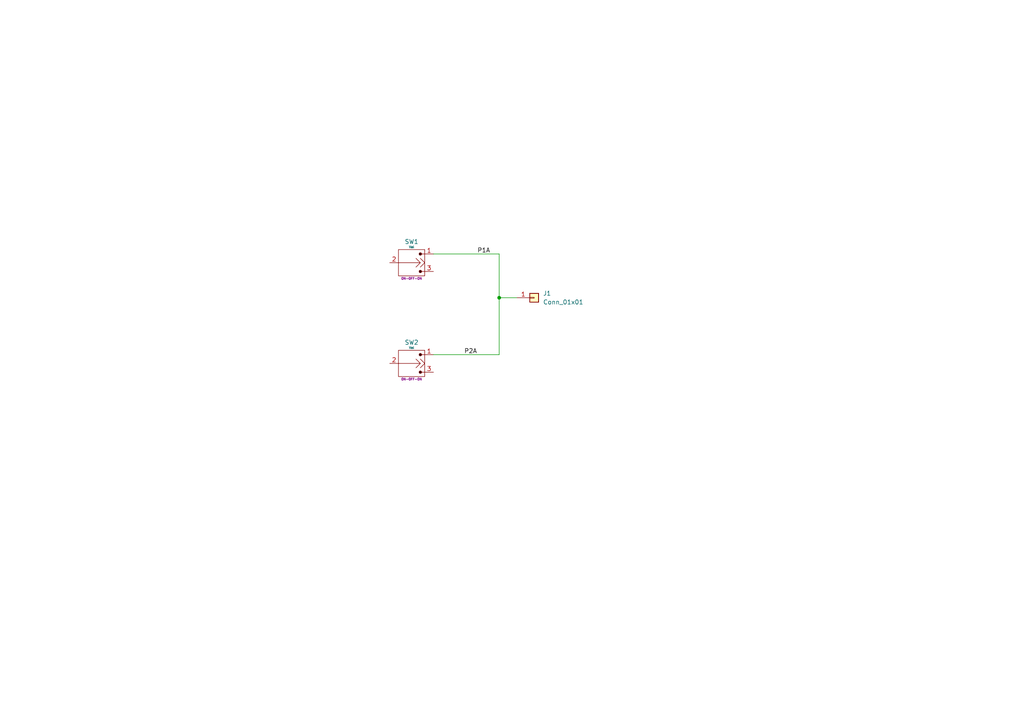
<source format=kicad_sch>
(kicad_sch
	(version 20250114)
	(generator "eeschema")
	(generator_version "9.0")
	(uuid "2d289384-be2b-4159-9d09-3046fd6591a7")
	(paper "A4")
	(lib_symbols
		(symbol "AeroElectricConnectionSymbols:S700-1-1"
			(pin_names
				(hide yes)
			)
			(exclude_from_sim no)
			(in_bom yes)
			(on_board yes)
			(property "Reference" "SW"
				(at 0 6.096 0)
				(do_not_autoplace)
				(effects
					(font
						(size 1.27 1.27)
					)
				)
			)
			(property "Value" "Val"
				(at 0 4.572 0)
				(do_not_autoplace)
				(effects
					(font
						(size 0.635 0.635)
					)
				)
			)
			(property "Footprint" ""
				(at 0 3.048 0)
				(effects
					(font
						(size 1.27 1.27)
					)
					(hide yes)
				)
			)
			(property "Datasheet" "S700-1-1"
				(at 0.254 -6.35 0)
				(effects
					(font
						(size 1.27 1.27)
					)
					(hide yes)
				)
			)
			(property "Description" "ON-OFF-ON"
				(at 0 -4.572 0)
				(do_not_autoplace)
				(effects
					(font
						(size 0.635 0.635)
					)
				)
			)
			(symbol "S700-1-1_0_1"
				(rectangle
					(start -3.81 3.81)
					(end 3.81 -3.81)
					(stroke
						(width 0)
						(type default)
					)
					(fill
						(type none)
					)
				)
				(polyline
					(pts
						(xy -3.81 0) (xy 2.54 0) (xy 1.27 1.27)
					)
					(stroke
						(width 0)
						(type default)
					)
					(fill
						(type none)
					)
				)
				(circle
					(center 2.54 2.54)
					(radius 0.381)
					(stroke
						(width 0)
						(type default)
					)
					(fill
						(type color)
						(color 0 0 0 1)
					)
				)
				(polyline
					(pts
						(xy 2.54 0) (xy 1.27 -1.27)
					)
					(stroke
						(width 0)
						(type default)
					)
					(fill
						(type none)
					)
				)
				(circle
					(center 2.54 -2.54)
					(radius 0.381)
					(stroke
						(width 0)
						(type default)
					)
					(fill
						(type color)
						(color 0 0 0 1)
					)
				)
				(polyline
					(pts
						(xy 3.81 2.54) (xy 2.54 2.54)
					)
					(stroke
						(width 0)
						(type default)
					)
					(fill
						(type none)
					)
				)
				(polyline
					(pts
						(xy 3.81 0) (xy 2.54 1.27)
					)
					(stroke
						(width 0)
						(type default)
					)
					(fill
						(type none)
					)
				)
				(polyline
					(pts
						(xy 3.81 0) (xy 2.54 -1.27)
					)
					(stroke
						(width 0)
						(type default)
					)
					(fill
						(type none)
					)
				)
				(polyline
					(pts
						(xy 3.81 -2.54) (xy 2.54 -2.54)
					)
					(stroke
						(width 0)
						(type default)
					)
					(fill
						(type none)
					)
				)
			)
			(symbol "S700-1-1_1_1"
				(pin passive line
					(at -6.35 0 0)
					(length 2.54)
					(name "IN"
						(effects
							(font
								(size 1.27 1.27)
							)
						)
					)
					(number "2"
						(effects
							(font
								(size 1.27 1.27)
							)
						)
					)
				)
				(pin passive line
					(at 6.35 2.54 180)
					(length 2.54)
					(name "ON"
						(effects
							(font
								(size 1.27 1.27)
							)
						)
					)
					(number "1"
						(effects
							(font
								(size 1.27 1.27)
							)
						)
					)
				)
				(pin passive line
					(at 6.35 -2.54 180)
					(length 2.54)
					(name "ON"
						(effects
							(font
								(size 1.27 1.27)
							)
						)
					)
					(number "3"
						(effects
							(font
								(size 1.27 1.27)
							)
						)
					)
				)
			)
			(embedded_fonts no)
		)
		(symbol "Connector_Generic:Conn_01x01"
			(pin_names
				(offset 1.016)
				(hide yes)
			)
			(exclude_from_sim no)
			(in_bom yes)
			(on_board yes)
			(property "Reference" "J"
				(at 0 2.54 0)
				(effects
					(font
						(size 1.27 1.27)
					)
				)
			)
			(property "Value" "Conn_01x01"
				(at 0 -2.54 0)
				(effects
					(font
						(size 1.27 1.27)
					)
				)
			)
			(property "Footprint" ""
				(at 0 0 0)
				(effects
					(font
						(size 1.27 1.27)
					)
					(hide yes)
				)
			)
			(property "Datasheet" "~"
				(at 0 0 0)
				(effects
					(font
						(size 1.27 1.27)
					)
					(hide yes)
				)
			)
			(property "Description" "Generic connector, single row, 01x01, script generated (kicad-library-utils/schlib/autogen/connector/)"
				(at 0 0 0)
				(effects
					(font
						(size 1.27 1.27)
					)
					(hide yes)
				)
			)
			(property "ki_keywords" "connector"
				(at 0 0 0)
				(effects
					(font
						(size 1.27 1.27)
					)
					(hide yes)
				)
			)
			(property "ki_fp_filters" "Connector*:*_1x??_*"
				(at 0 0 0)
				(effects
					(font
						(size 1.27 1.27)
					)
					(hide yes)
				)
			)
			(symbol "Conn_01x01_1_1"
				(rectangle
					(start -1.27 1.27)
					(end 1.27 -1.27)
					(stroke
						(width 0.254)
						(type default)
					)
					(fill
						(type background)
					)
				)
				(rectangle
					(start -1.27 0.127)
					(end 0 -0.127)
					(stroke
						(width 0.1524)
						(type default)
					)
					(fill
						(type none)
					)
				)
				(pin passive line
					(at -5.08 0 0)
					(length 3.81)
					(name "Pin_1"
						(effects
							(font
								(size 1.27 1.27)
							)
						)
					)
					(number "1"
						(effects
							(font
								(size 1.27 1.27)
							)
						)
					)
				)
			)
			(embedded_fonts no)
		)
	)
	(junction
		(at 144.78 86.36)
		(diameter 0)
		(color 0 0 0 0)
		(uuid "51609a84-6043-4d22-9ef7-15e32380f2f0")
	)
	(wire
		(pts
			(xy 125.73 102.87) (xy 144.78 102.87)
		)
		(stroke
			(width 0)
			(type default)
		)
		(uuid "0b9cb42c-58a0-4dba-b2b4-b5bc04f52cdf")
	)
	(wire
		(pts
			(xy 144.78 86.36) (xy 144.78 73.66)
		)
		(stroke
			(width 0)
			(type default)
		)
		(uuid "4c02631d-804f-473a-83ea-c29f2d94b413")
	)
	(wire
		(pts
			(xy 144.78 86.36) (xy 144.78 102.87)
		)
		(stroke
			(width 0)
			(type default)
		)
		(uuid "5ef48506-a56c-4e03-8287-a86883dbf037")
	)
	(wire
		(pts
			(xy 144.78 73.66) (xy 125.73 73.66)
		)
		(stroke
			(width 0)
			(type default)
		)
		(uuid "6e0d0494-3f81-46e5-a758-516f98afe5b5")
	)
	(wire
		(pts
			(xy 149.86 86.36) (xy 144.78 86.36)
		)
		(stroke
			(width 0)
			(type default)
		)
		(uuid "df8e8529-eb70-4977-89a7-a3a8ae7d4d32")
	)
	(label "P1A"
		(at 138.43 73.66 0)
		(effects
			(font
				(size 1.27 1.27)
			)
			(justify left bottom)
		)
		(uuid "238924f2-ad03-42c7-9f0a-45bddc535749")
	)
	(label "P2A"
		(at 134.62 102.87 0)
		(effects
			(font
				(size 1.27 1.27)
			)
			(justify left bottom)
		)
		(uuid "955869fd-1b69-44b8-89aa-6adf3aa72aec")
	)
	(symbol
		(lib_id "AeroElectricConnectionSymbols:S700-1-1")
		(at 119.38 105.41 0)
		(unit 1)
		(exclude_from_sim no)
		(in_bom yes)
		(on_board yes)
		(dnp no)
		(fields_autoplaced yes)
		(uuid "347136db-6e34-48af-99b8-9f888bf5e1b3")
		(property "Reference" "SW2"
			(at 119.38 99.314 0)
			(do_not_autoplace yes)
			(effects
				(font
					(size 1.27 1.27)
				)
			)
		)
		(property "Value" "Val"
			(at 119.38 100.838 0)
			(do_not_autoplace yes)
			(effects
				(font
					(size 0.635 0.635)
				)
			)
		)
		(property "Footprint" ""
			(at 119.38 102.362 0)
			(effects
				(font
					(size 1.27 1.27)
				)
				(hide yes)
			)
		)
		(property "Datasheet" "S700-1-1"
			(at 119.634 111.76 0)
			(effects
				(font
					(size 1.27 1.27)
				)
				(hide yes)
			)
		)
		(property "Description" "ON-OFF-ON"
			(at 119.38 109.982 0)
			(do_not_autoplace yes)
			(effects
				(font
					(size 0.635 0.635)
				)
			)
		)
		(property "LocLoad" "(0,1,2)R20"
			(at 119.38 105.41 0)
			(effects
				(font
					(size 1.27 1.27)
				)
				(hide yes)
			)
		)
		(pin "2"
			(uuid "ddab8026-cc8a-4994-aeb0-8ab4b4d4321d")
		)
		(pin "1"
			(uuid "39381654-b920-4a03-9b70-3bd687fbe8a8")
		)
		(pin "3"
			(uuid "4c7ac8b5-d86c-46c1-a90e-ef9f19c5e8e5")
		)
		(instances
			(project ""
				(path "/2d289384-be2b-4159-9d09-3046fd6591a7"
					(reference "SW2")
					(unit 1)
				)
			)
		)
	)
	(symbol
		(lib_id "AeroElectricConnectionSymbols:S700-1-1")
		(at 119.38 76.2 0)
		(unit 1)
		(exclude_from_sim no)
		(in_bom yes)
		(on_board yes)
		(dnp no)
		(fields_autoplaced yes)
		(uuid "387ef19b-8838-4c8c-847e-98c866158ce1")
		(property "Reference" "SW1"
			(at 119.38 70.104 0)
			(do_not_autoplace yes)
			(effects
				(font
					(size 1.27 1.27)
				)
			)
		)
		(property "Value" "Val"
			(at 119.38 71.628 0)
			(do_not_autoplace yes)
			(effects
				(font
					(size 0.635 0.635)
				)
			)
		)
		(property "Footprint" ""
			(at 119.38 73.152 0)
			(effects
				(font
					(size 1.27 1.27)
				)
				(hide yes)
			)
		)
		(property "Datasheet" "S700-1-1"
			(at 119.634 82.55 0)
			(effects
				(font
					(size 1.27 1.27)
				)
				(hide yes)
			)
		)
		(property "Description" "ON-OFF-ON"
			(at 119.38 80.772 0)
			(do_not_autoplace yes)
			(effects
				(font
					(size 0.635 0.635)
				)
			)
		)
		(property "LocLoad" "(0,0,0)R20"
			(at 119.38 76.2 0)
			(effects
				(font
					(size 1.27 1.27)
				)
				(hide yes)
			)
		)
		(pin "1"
			(uuid "11817b21-e95a-4ab6-bfad-6957370b3dff")
		)
		(pin "2"
			(uuid "d5b3f20d-219a-435f-a2cc-217f0ab444fe")
		)
		(pin "3"
			(uuid "f191c417-b7a6-41bc-9a95-64bf99fb3dcb")
		)
		(instances
			(project ""
				(path "/2d289384-be2b-4159-9d09-3046fd6591a7"
					(reference "SW1")
					(unit 1)
				)
			)
		)
	)
	(symbol
		(lib_id "Connector_Generic:Conn_01x01")
		(at 154.94 86.36 0)
		(unit 1)
		(exclude_from_sim no)
		(in_bom yes)
		(on_board yes)
		(dnp no)
		(fields_autoplaced yes)
		(uuid "433e19c2-40a5-4577-b981-486296744030")
		(property "Reference" "J1"
			(at 157.48 85.0899 0)
			(effects
				(font
					(size 1.27 1.27)
				)
				(justify left)
			)
		)
		(property "Value" "Conn_01x01"
			(at 157.48 87.6299 0)
			(effects
				(font
					(size 1.27 1.27)
				)
				(justify left)
			)
		)
		(property "Footprint" ""
			(at 154.94 86.36 0)
			(effects
				(font
					(size 1.27 1.27)
				)
				(hide yes)
			)
		)
		(property "Datasheet" "~"
			(at 154.94 86.36 0)
			(effects
				(font
					(size 1.27 1.27)
				)
				(hide yes)
			)
		)
		(property "Description" "Generic connector, single row, 01x01, script generated (kicad-library-utils/schlib/autogen/connector/)"
			(at 154.94 86.36 0)
			(effects
				(font
					(size 1.27 1.27)
				)
				(hide yes)
			)
		)
		(property "LocLoad" "(20,0,0)S10"
			(at 154.94 86.36 0)
			(effects
				(font
					(size 1.27 1.27)
				)
				(hide yes)
			)
		)
		(pin "1"
			(uuid "edbb19b2-a70c-427a-bfac-cee54c384147")
		)
		(instances
			(project ""
				(path "/2d289384-be2b-4159-9d09-3046fd6591a7"
					(reference "J1")
					(unit 1)
				)
			)
		)
	)
	(sheet_instances
		(path "/"
			(page "1")
		)
	)
	(embedded_fonts no)
)

</source>
